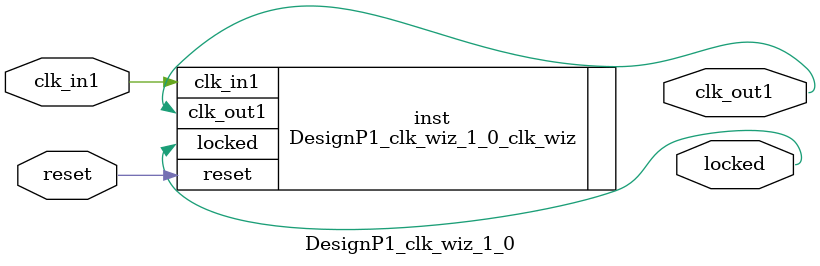
<source format=v>


`timescale 1ps/1ps

(* CORE_GENERATION_INFO = "DesignP1_clk_wiz_1_0,clk_wiz_v6_0_12_0_0,{component_name=DesignP1_clk_wiz_1_0,use_phase_alignment=true,use_min_o_jitter=false,use_max_i_jitter=false,use_dyn_phase_shift=false,use_inclk_switchover=false,use_dyn_reconfig=false,enable_axi=0,feedback_source=FDBK_AUTO,PRIMITIVE=MMCM,num_out_clk=1,clkin1_period=10.000,clkin2_period=10.000,use_power_down=false,use_reset=true,use_locked=true,use_inclk_stopped=false,feedback_type=SINGLE,CLOCK_MGR_TYPE=NA,manual_override=false}" *)

module DesignP1_clk_wiz_1_0 
 (
  // Clock out ports
  output        clk_out1,
  // Status and control signals
  input         reset,
  output        locked,
 // Clock in ports
  input         clk_in1
 );

  DesignP1_clk_wiz_1_0_clk_wiz inst
  (
  // Clock out ports  
  .clk_out1(clk_out1),
  // Status and control signals               
  .reset(reset), 
  .locked(locked),
 // Clock in ports
  .clk_in1(clk_in1)
  );

endmodule

</source>
